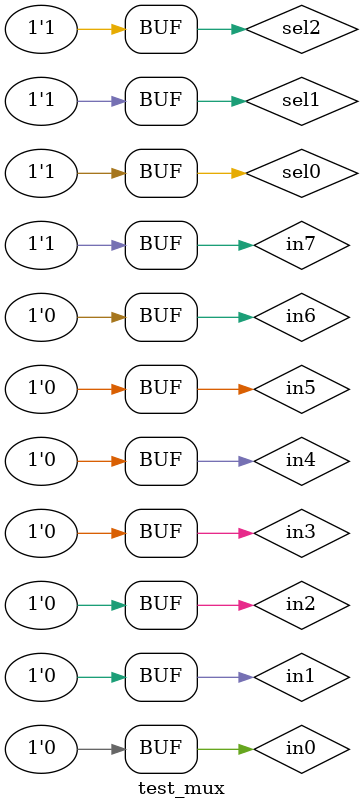
<source format=v>
`timescale 1ns / 1ps


module test_mux;
    
    reg in0, in1, in2, in3, in4, in5, in6, in7;
    reg sel0, sel1, sel2;
    
    wire out;
    
    mux_8_to_1 test(out, in0, in1, in2, in3, in4, in5, in6, in7, sel0, sel1, sel2);
    
    initial begin
    
        in0 = 0;
        in1 = 0;
        in2 = 0;
        in3 = 0;
        in4 = 0;
        in5 = 0;
        in6 = 0; 
        in7 = 0;
        sel0 = 0;
        sel1 = 0;
        sel2 = 0;
        
        #100;
        
        in0 = 1;
        
        #100;
        
        in0 = 0;
        in1 = 1;
        sel0 = 1;
        
        #100;
        in1 = 0;
        in2 = 1;
        sel0 = 0;
        sel1 = 1;
        
        #100;
        in2 = 0;
        in3 = 1;
        sel0 = 1;
        
        #100
        in3 = 0;
        in4 = 1;
        sel0 = 0;
        sel1 = 0;
        sel2 = 1;
        
        #100
        in4 = 0;
        in5 = 1;
        sel0 = 1;
        
        #100
        in5 = 0;
        in6 = 1;
        sel0 = 0;
        sel1 = 1;
        
        #100
        in6 = 0;
        in7 = 1;
        sel0 = 1;
        
        end

endmodule

</source>
